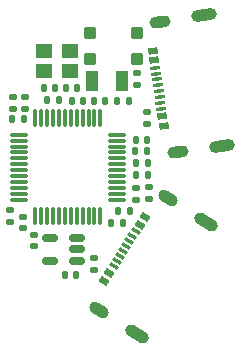
<source format=gbs>
G04 #@! TF.GenerationSoftware,KiCad,Pcbnew,(7.0.0-0)*
G04 #@! TF.CreationDate,2024-02-04T16:48:37+08:00*
G04 #@! TF.ProjectId,SWDProgrammer,53574450-726f-4677-9261-6d6d65722e6b,rev?*
G04 #@! TF.SameCoordinates,Original*
G04 #@! TF.FileFunction,Soldermask,Bot*
G04 #@! TF.FilePolarity,Negative*
%FSLAX46Y46*%
G04 Gerber Fmt 4.6, Leading zero omitted, Abs format (unit mm)*
G04 Created by KiCad (PCBNEW (7.0.0-0)) date 2024-02-04 16:48:37*
%MOMM*%
%LPD*%
G01*
G04 APERTURE LIST*
G04 Aperture macros list*
%AMRoundRect*
0 Rectangle with rounded corners*
0 $1 Rounding radius*
0 $2 $3 $4 $5 $6 $7 $8 $9 X,Y pos of 4 corners*
0 Add a 4 corners polygon primitive as box body*
4,1,4,$2,$3,$4,$5,$6,$7,$8,$9,$2,$3,0*
0 Add four circle primitives for the rounded corners*
1,1,$1+$1,$2,$3*
1,1,$1+$1,$4,$5*
1,1,$1+$1,$6,$7*
1,1,$1+$1,$8,$9*
0 Add four rect primitives between the rounded corners*
20,1,$1+$1,$2,$3,$4,$5,0*
20,1,$1+$1,$4,$5,$6,$7,0*
20,1,$1+$1,$6,$7,$8,$9,0*
20,1,$1+$1,$8,$9,$2,$3,0*%
%AMHorizOval*
0 Thick line with rounded ends*
0 $1 width*
0 $2 $3 position (X,Y) of the first rounded end (center of the circle)*
0 $4 $5 position (X,Y) of the second rounded end (center of the circle)*
0 Add line between two ends*
20,1,$1,$2,$3,$4,$5,0*
0 Add two circle primitives to create the rounded ends*
1,1,$1,$2,$3*
1,1,$1,$4,$5*%
%AMRotRect*
0 Rectangle, with rotation*
0 The origin of the aperture is its center*
0 $1 length*
0 $2 width*
0 $3 Rotation angle, in degrees counterclockwise*
0 Add horizontal line*
21,1,$1,$2,0,0,$3*%
G04 Aperture macros list end*
%ADD10RoundRect,0.140000X-0.170000X0.140000X-0.170000X-0.140000X0.170000X-0.140000X0.170000X0.140000X0*%
%ADD11RoundRect,0.100000X-0.400000X-0.400000X0.400000X-0.400000X0.400000X0.400000X-0.400000X0.400000X0*%
%ADD12RoundRect,0.140000X0.140000X0.170000X-0.140000X0.170000X-0.140000X-0.170000X0.140000X-0.170000X0*%
%ADD13RoundRect,0.135000X0.185000X-0.135000X0.185000X0.135000X-0.185000X0.135000X-0.185000X-0.135000X0*%
%ADD14R,1.000000X1.800000*%
%ADD15RoundRect,0.135000X0.135000X0.185000X-0.135000X0.185000X-0.135000X-0.185000X0.135000X-0.185000X0*%
%ADD16RoundRect,0.150000X0.512500X0.150000X-0.512500X0.150000X-0.512500X-0.150000X0.512500X-0.150000X0*%
%ADD17RoundRect,0.135000X-0.185000X0.135000X-0.185000X-0.135000X0.185000X-0.135000X0.185000X0.135000X0*%
%ADD18RoundRect,0.140000X0.170000X-0.140000X0.170000X0.140000X-0.170000X0.140000X-0.170000X-0.140000X0*%
%ADD19RoundRect,0.147500X-0.172500X0.147500X-0.172500X-0.147500X0.172500X-0.147500X0.172500X0.147500X0*%
%ADD20RoundRect,0.075000X-0.075000X0.662500X-0.075000X-0.662500X0.075000X-0.662500X0.075000X0.662500X0*%
%ADD21RoundRect,0.075000X-0.662500X0.075000X-0.662500X-0.075000X0.662500X-0.075000X0.662500X0.075000X0*%
%ADD22RoundRect,0.135000X-0.135000X-0.185000X0.135000X-0.185000X0.135000X0.185000X-0.135000X0.185000X0*%
%ADD23RoundRect,0.140000X-0.140000X-0.170000X0.140000X-0.170000X0.140000X0.170000X-0.140000X0.170000X0*%
%ADD24RotRect,0.540000X0.800000X58.000000*%
%ADD25RotRect,0.300000X0.800000X58.000000*%
%ADD26HorizOval,1.000000X-0.508829X0.317952X0.508829X-0.317952X0*%
%ADD27HorizOval,1.000000X-0.339219X0.211968X0.339219X-0.211968X0*%
%ADD28R,1.400000X1.200000*%
%ADD29RoundRect,0.147500X-0.147500X-0.172500X0.147500X-0.172500X0.147500X0.172500X-0.147500X0.172500X0*%
%ADD30RotRect,0.540000X0.800000X98.000000*%
%ADD31RotRect,0.300000X0.800000X98.000000*%
%ADD32HorizOval,1.000000X0.594161X0.083504X-0.594161X-0.083504X0*%
%ADD33HorizOval,1.000000X0.396107X0.055669X-0.396107X-0.055669X0*%
G04 APERTURE END LIST*
D10*
X149350000Y-65600000D03*
X149350000Y-66560000D03*
D11*
X144350000Y-54750000D03*
X148350000Y-54750000D03*
X144350000Y-52550000D03*
X148350000Y-52550000D03*
D12*
X147630000Y-58250000D03*
X146670000Y-58250000D03*
D13*
X137550000Y-68550001D03*
X137550000Y-67530001D03*
D14*
X147049999Y-56599999D03*
X144549999Y-56599999D03*
D15*
X147744721Y-67588413D03*
X146724721Y-67588413D03*
D16*
X143287500Y-69900000D03*
X143287500Y-70850000D03*
X143287500Y-71800000D03*
X141012500Y-71800000D03*
X141012500Y-69900000D03*
D17*
X144700000Y-71550000D03*
X144700000Y-72570000D03*
D12*
X143299763Y-57160534D03*
X142339763Y-57160534D03*
D18*
X138650000Y-69080000D03*
X138650000Y-68120000D03*
D12*
X143780000Y-58250000D03*
X142820000Y-58250000D03*
D19*
X137875000Y-57990000D03*
X137875000Y-58960000D03*
D18*
X139600000Y-70610000D03*
X139600000Y-69650000D03*
D12*
X145674714Y-58268919D03*
X144714714Y-58268919D03*
D20*
X139737500Y-59737500D03*
X140237500Y-59737500D03*
X140737500Y-59737500D03*
X141237500Y-59737500D03*
X141737500Y-59737500D03*
X142237500Y-59737500D03*
X142737500Y-59737500D03*
X143237500Y-59737500D03*
X143737500Y-59737500D03*
X144237500Y-59737500D03*
X144737500Y-59737500D03*
X145237500Y-59737500D03*
D21*
X146650000Y-61150000D03*
X146650000Y-61650000D03*
X146650000Y-62150000D03*
X146650000Y-62650000D03*
X146650000Y-63150000D03*
X146650000Y-63650000D03*
X146650000Y-64150000D03*
X146650000Y-64650000D03*
X146650000Y-65150000D03*
X146650000Y-65650000D03*
X146650000Y-66150000D03*
X146650000Y-66650000D03*
D20*
X145237500Y-68062500D03*
X144737500Y-68062500D03*
X144237500Y-68062500D03*
X143737500Y-68062500D03*
X143237500Y-68062500D03*
X142737500Y-68062500D03*
X142237500Y-68062500D03*
X141737500Y-68062500D03*
X141237500Y-68062500D03*
X140737500Y-68062500D03*
X140237500Y-68062500D03*
X139737500Y-68062500D03*
D21*
X138325000Y-66650000D03*
X138325000Y-66150000D03*
X138325000Y-65650000D03*
X138325000Y-65150000D03*
X138325000Y-64650000D03*
X138325000Y-64150000D03*
X138325000Y-63650000D03*
X138325000Y-63150000D03*
X138325000Y-62650000D03*
X138325000Y-62150000D03*
X138325000Y-61650000D03*
X138325000Y-61150000D03*
D22*
X148199999Y-62550000D03*
X149219999Y-62550000D03*
D23*
X137795000Y-59825000D03*
X138755000Y-59825000D03*
D24*
X145589689Y-73510425D03*
X148981172Y-68082918D03*
X146013624Y-72831987D03*
X148557236Y-68761356D03*
D25*
X147947829Y-69736611D03*
X147417910Y-70584660D03*
X147152950Y-71008684D03*
X146623031Y-71856732D03*
X146358071Y-72280756D03*
X146887991Y-71432708D03*
X147682870Y-70160635D03*
X148217028Y-69305803D03*
D26*
X148316797Y-78015415D03*
X154225715Y-68559170D03*
D27*
X151003291Y-66545222D03*
X145094215Y-76001721D03*
D10*
X148300000Y-65700000D03*
X148300000Y-66660000D03*
D28*
X140499999Y-54049999D03*
X142699999Y-54049999D03*
X142699999Y-55749999D03*
X140499999Y-55749999D03*
D23*
X142220000Y-73050000D03*
X143180000Y-73050000D03*
D29*
X148250000Y-61600000D03*
X149220000Y-61600000D03*
D23*
X140440000Y-57150000D03*
X141400000Y-57150000D03*
D17*
X138850000Y-57965000D03*
X138850000Y-58985000D03*
D13*
X148350000Y-56919999D03*
X148350000Y-55899999D03*
D30*
X150596342Y-60382177D03*
X149705634Y-54044462D03*
X150485003Y-59589963D03*
X149816972Y-54836676D03*
D31*
X149977021Y-55975484D03*
X150116194Y-56965753D03*
X150185781Y-57460887D03*
X150324954Y-58451155D03*
X150394541Y-58946289D03*
X150255367Y-57956021D03*
X150046608Y-56470619D03*
X149906321Y-55472428D03*
D32*
X155581179Y-62080248D03*
X154029316Y-51038164D03*
D33*
X150266255Y-51566725D03*
X151818161Y-62609105D03*
D15*
X149260000Y-64550000D03*
X148240000Y-64550000D03*
X149260000Y-63500000D03*
X148240000Y-63500000D03*
D22*
X146175532Y-68598922D03*
X147195532Y-68598922D03*
D15*
X141710000Y-58200000D03*
X140690000Y-58200000D03*
D13*
X149200000Y-60210000D03*
X149200000Y-59190000D03*
M02*

</source>
